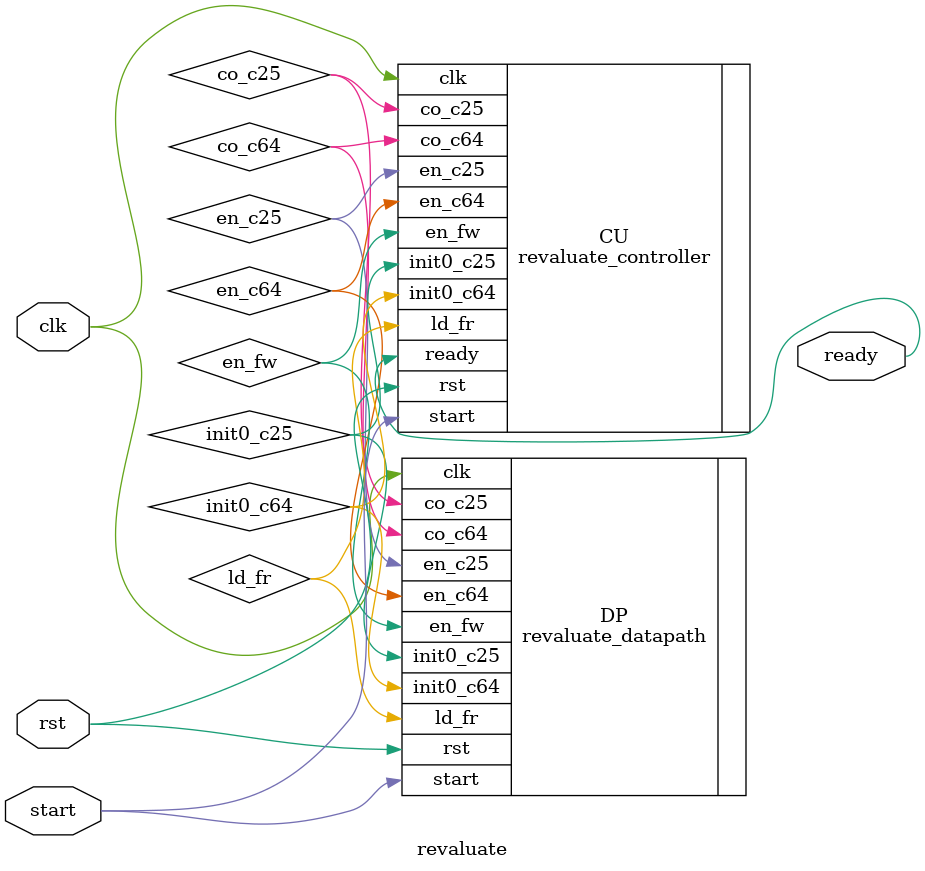
<source format=v>
`timescale 1ns/1ns
module revaluate(clk, rst, start, ready);
	
	input clk;
	input rst;
	input start;
	
	output ready;
	
	wire ld_fr, en_fw, init0_c64, init0_c25, en_c64, en_c25, co_c64, co_c25;
	
	revaluate_datapath DP(
	           .clk(clk), 
	           .rst(rst), 
			   .start(start),
	           .ld_fr(ld_fr), 
	           .en_fw(en_fw),
	           .init0_c64(init0_c64),
	           .init0_c25(init0_c25),
	           .en_c64(en_c64),
	           .en_c25(en_c25),
	           .co_c64(co_c64),
	           .co_c25(co_c25)
	           );
	
	revaluate_controller CU(
	             .clk(clk), 
	             .rst(rst), 
	             .start(start), 
	             .co_c64(co_c64),
	             .co_c25(co_c25),
	             .ld_fr(ld_fr), 
	             .en_fw(en_fw),
	             .init0_c64(init0_c64),
	             .init0_c25(init0_c25),
	             .en_c64(en_c64),
	             .en_c25(en_c25),
	             .ready(ready)
	             );
	             
endmodule

</source>
